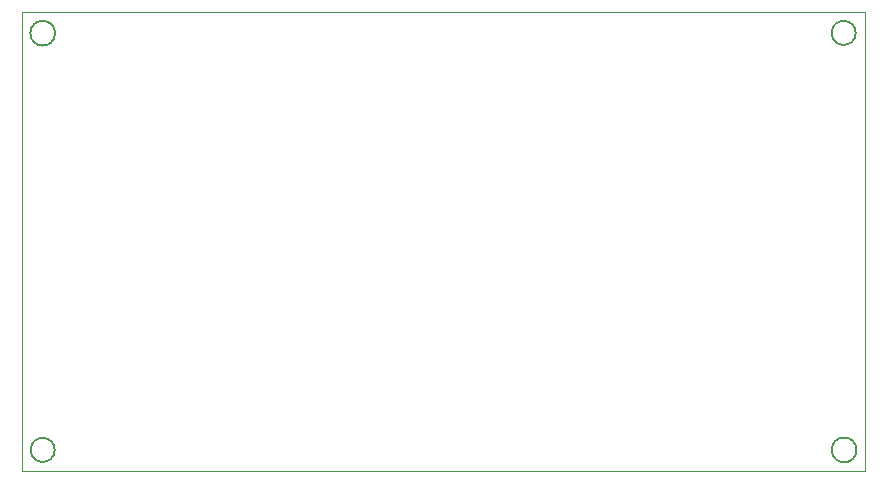
<source format=gbr>
%TF.GenerationSoftware,KiCad,Pcbnew,(5.1.9)-1*%
%TF.CreationDate,2022-02-13T18:11:30+09:00*%
%TF.ProjectId,joystick-input,6a6f7973-7469-4636-9b2d-696e7075742e,rev?*%
%TF.SameCoordinates,Original*%
%TF.FileFunction,Profile,NP*%
%FSLAX46Y46*%
G04 Gerber Fmt 4.6, Leading zero omitted, Abs format (unit mm)*
G04 Created by KiCad (PCBNEW (5.1.9)-1) date 2022-02-13 18:11:30*
%MOMM*%
%LPD*%
G01*
G04 APERTURE LIST*
%TA.AperFunction,Profile*%
%ADD10C,0.150000*%
%TD*%
%TA.AperFunction,Profile*%
%ADD11C,0.100000*%
%TD*%
G04 APERTURE END LIST*
D10*
X164400538Y-95250000D02*
G75*
G03*
X164400538Y-95250000I-1047269J0D01*
G01*
X96520000Y-95250000D02*
G75*
G03*
X96520000Y-95250000I-1016000J0D01*
G01*
X96551269Y-59975269D02*
G75*
G03*
X96551269Y-59975269I-1047269J0D01*
G01*
X164338000Y-59944000D02*
G75*
G03*
X164338000Y-59944000I-1016000J0D01*
G01*
D11*
X165100000Y-58166000D02*
X165100000Y-97028000D01*
X93726000Y-58166000D02*
X165100000Y-58166000D01*
X93726000Y-97028000D02*
X93726000Y-58166000D01*
X165100000Y-97028000D02*
X93726000Y-97028000D01*
M02*

</source>
